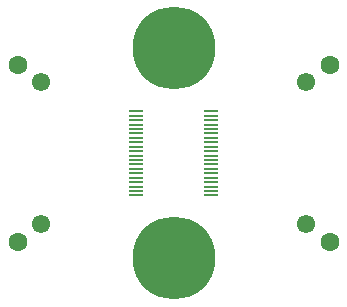
<source format=gbr>
G04 #@! TF.GenerationSoftware,KiCad,Pcbnew,7.0.10*
G04 #@! TF.CreationDate,2024-07-14T22:48:30-04:00*
G04 #@! TF.ProjectId,ARS_Igloo-v2,4152535f-4967-46c6-9f6f-2d76322e6b69,rev?*
G04 #@! TF.SameCoordinates,Original*
G04 #@! TF.FileFunction,Soldermask,Top*
G04 #@! TF.FilePolarity,Negative*
%FSLAX46Y46*%
G04 Gerber Fmt 4.6, Leading zero omitted, Abs format (unit mm)*
G04 Created by KiCad (PCBNEW 7.0.10) date 2024-07-14 22:48:30*
%MOMM*%
%LPD*%
G01*
G04 APERTURE LIST*
%ADD10C,3.900000*%
%ADD11C,7.000000*%
%ADD12R,1.250000X0.175000*%
%ADD13C,1.550000*%
%ADD14C,1.600000*%
G04 APERTURE END LIST*
D10*
X0Y8890000D03*
D11*
X0Y8890000D03*
D12*
X-3175000Y-3562500D03*
X-3175000Y-3187500D03*
X-3175000Y-2812500D03*
X-3175000Y-2437500D03*
X-3175000Y-2062500D03*
X-3175000Y-1687500D03*
X-3175000Y-1312500D03*
X-3175000Y-937500D03*
X-3175000Y-562500D03*
X-3175000Y-187500D03*
X-3175000Y187500D03*
X-3175000Y562500D03*
X-3175000Y937500D03*
X-3175000Y1312500D03*
X-3175000Y1687500D03*
X-3175000Y2062500D03*
X-3175000Y2437500D03*
X-3175000Y2812500D03*
X-3175000Y3187500D03*
X-3175000Y3562500D03*
D10*
X0Y-8890000D03*
D11*
X0Y-8890000D03*
D12*
X3175000Y3562500D03*
X3175000Y3187500D03*
X3175000Y2812500D03*
X3175000Y2437500D03*
X3175000Y2062500D03*
X3175000Y1687500D03*
X3175000Y1312500D03*
X3175000Y937500D03*
X3175000Y562500D03*
X3175000Y187500D03*
X3175000Y-187500D03*
X3175000Y-562500D03*
X3175000Y-937500D03*
X3175000Y-1312500D03*
X3175000Y-1687500D03*
X3175000Y-2062500D03*
X3175000Y-2437500D03*
X3175000Y-2812500D03*
X3175000Y-3187500D03*
X3175000Y-3562500D03*
D13*
X-11215000Y6000000D03*
X-11215000Y-6000000D03*
D14*
X-13215000Y7475000D03*
X-13215000Y-7475000D03*
D13*
X11215000Y-6000000D03*
X11215000Y6000000D03*
D14*
X13215000Y-7475000D03*
X13215000Y7475000D03*
M02*

</source>
